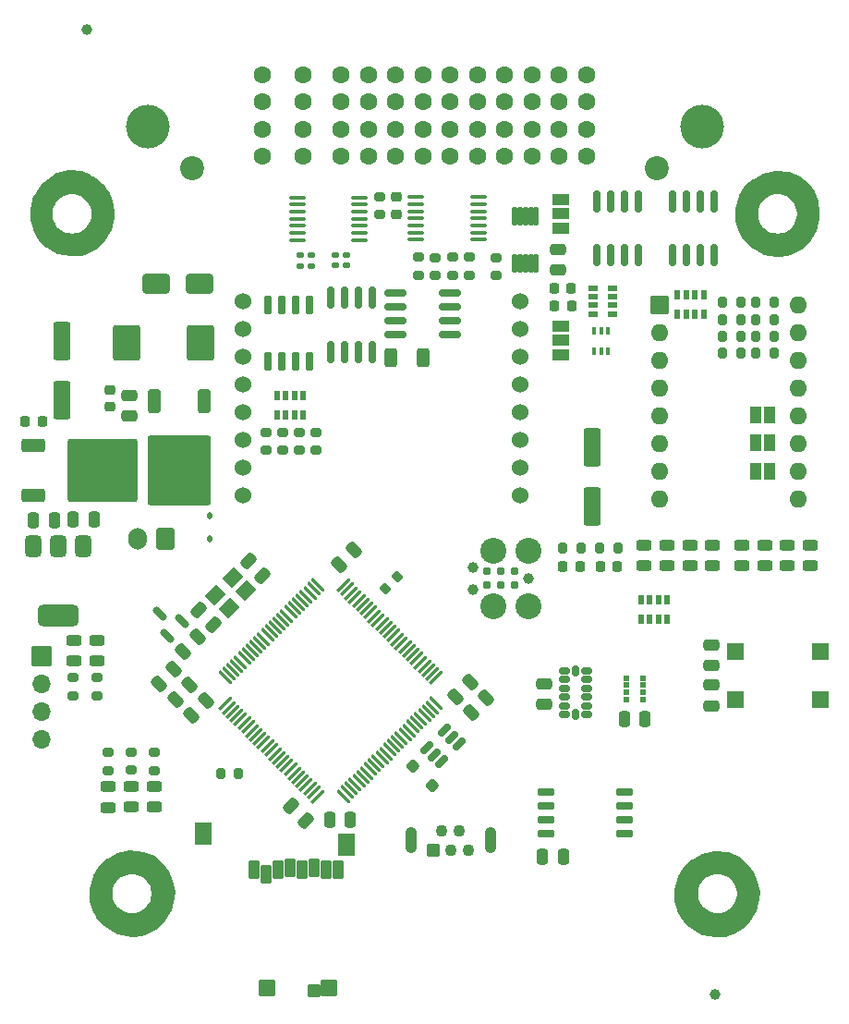
<source format=gbr>
%TF.GenerationSoftware,KiCad,Pcbnew,8.99.0-unknown-1.20241217gite6b7397.fc40*%
%TF.CreationDate,2024-12-24T22:56:10-03:00*%
%TF.ProjectId,hw_v1,68775f76-312e-46b6-9963-61645f706362,rev?*%
%TF.SameCoordinates,Original*%
%TF.FileFunction,Soldermask,Top*%
%TF.FilePolarity,Negative*%
%FSLAX46Y46*%
G04 Gerber Fmt 4.6, Leading zero omitted, Abs format (unit mm)*
G04 Created by KiCad (PCBNEW 8.99.0-unknown-1.20241217gite6b7397.fc40) date 2024-12-24 22:56:10*
%MOMM*%
%LPD*%
G01*
G04 APERTURE LIST*
G04 Aperture macros list*
%AMRoundRect*
0 Rectangle with rounded corners*
0 $1 Rounding radius*
0 $2 $3 $4 $5 $6 $7 $8 $9 X,Y pos of 4 corners*
0 Add a 4 corners polygon primitive as box body*
4,1,4,$2,$3,$4,$5,$6,$7,$8,$9,$2,$3,0*
0 Add four circle primitives for the rounded corners*
1,1,$1+$1,$2,$3*
1,1,$1+$1,$4,$5*
1,1,$1+$1,$6,$7*
1,1,$1+$1,$8,$9*
0 Add four rect primitives between the rounded corners*
20,1,$1+$1,$2,$3,$4,$5,0*
20,1,$1+$1,$4,$5,$6,$7,0*
20,1,$1+$1,$6,$7,$8,$9,0*
20,1,$1+$1,$8,$9,$2,$3,0*%
G04 Aperture macros list end*
%ADD10RoundRect,0.250038X0.353607X0.000000X0.000000X0.353607X-0.353607X0.000000X0.000000X-0.353607X0*%
%ADD11RoundRect,0.060500X-0.181500X0.776500X-0.181500X-0.776500X0.181500X-0.776500X0.181500X0.776500X0*%
%ADD12RoundRect,0.250038X0.159099X-0.512706X0.512706X-0.159099X-0.159099X0.512706X-0.512706X0.159099X0*%
%ADD13RoundRect,0.000076X-0.800000X-0.800000X0.800000X-0.800000X0.800000X0.800000X-0.800000X0.800000X0*%
%ADD14O,1.600152X1.600152*%
%ADD15RoundRect,0.225038X0.225038X0.250038X-0.225038X0.250038X-0.225038X-0.250038X0.225038X-0.250038X0*%
%ADD16RoundRect,0.200038X-0.200038X-0.275038X0.200038X-0.275038X0.200038X0.275038X-0.200038X0.275038X0*%
%ADD17RoundRect,0.243788X-0.456288X0.243788X-0.456288X-0.243788X0.456288X-0.243788X0.456288X0.243788X0*%
%ADD18RoundRect,0.140038X-0.170038X0.140038X-0.170038X-0.140038X0.170038X-0.140038X0.170038X0.140038X0*%
%ADD19RoundRect,0.243788X0.456288X-0.243788X0.456288X0.243788X-0.456288X0.243788X-0.456288X-0.243788X0*%
%ADD20RoundRect,0.250038X-0.159099X0.512706X-0.512706X0.159099X0.159099X-0.512706X0.512706X-0.159099X0*%
%ADD21RoundRect,0.250038X-0.250038X-0.475038X0.250038X-0.475038X0.250038X0.475038X-0.250038X0.475038X0*%
%ADD22RoundRect,0.250038X-0.475038X0.250038X-0.475038X-0.250038X0.475038X-0.250038X0.475038X0.250038X0*%
%ADD23RoundRect,0.000076X0.070711X0.919239X-0.919239X-0.070711X-0.070711X-0.919239X0.919239X0.070711X0*%
%ADD24RoundRect,0.200038X0.200038X0.275038X-0.200038X0.275038X-0.200038X-0.275038X0.200038X-0.275038X0*%
%ADD25RoundRect,0.250038X-0.512706X-0.159099X-0.159099X-0.512706X0.512706X0.159099X0.159099X0.512706X0*%
%ADD26C,1.000000*%
%ADD27RoundRect,0.000076X0.750000X-0.500000X0.750000X0.500000X-0.750000X0.500000X-0.750000X-0.500000X0*%
%ADD28RoundRect,0.250031X-0.850045X-0.350045X0.850045X-0.350045X0.850045X0.350045X-0.850045X0.350045X0*%
%ADD29RoundRect,0.250004X-2.950072X-2.650072X2.950072X-2.650072X2.950072X2.650072X-2.950072X2.650072X0*%
%ADD30RoundRect,0.000076X-0.500000X-0.750000X0.500000X-0.750000X0.500000X0.750000X-0.500000X0.750000X0*%
%ADD31RoundRect,0.250038X0.475038X-0.250038X0.475038X0.250038X-0.475038X0.250038X-0.475038X-0.250038X0*%
%ADD32RoundRect,0.250038X0.512706X0.159099X0.159099X0.512706X-0.512706X-0.159099X-0.159099X-0.512706X0*%
%ADD33RoundRect,0.000076X0.400000X0.250000X-0.400000X0.250000X-0.400000X-0.250000X0.400000X-0.250000X0*%
%ADD34RoundRect,0.000076X0.400000X0.200000X-0.400000X0.200000X-0.400000X-0.200000X0.400000X-0.200000X0*%
%ADD35RoundRect,0.200038X0.275038X-0.200038X0.275038X0.200038X-0.275038X0.200038X-0.275038X-0.200038X0*%
%ADD36RoundRect,0.200038X-0.275038X0.200038X-0.275038X-0.200038X0.275038X-0.200038X0.275038X0.200038X0*%
%ADD37RoundRect,0.200038X0.053033X-0.335929X0.335929X-0.053033X-0.053033X0.335929X-0.335929X0.053033X0*%
%ADD38RoundRect,0.375038X-0.375038X0.625038X-0.375038X-0.625038X0.375038X-0.625038X0.375038X0.625038X0*%
%ADD39RoundRect,0.500038X-1.400038X0.500038X-1.400038X-0.500038X1.400038X-0.500038X1.400038X0.500038X0*%
%ADD40RoundRect,0.218788X-0.218788X-0.256288X0.218788X-0.256288X0.218788X0.256288X-0.218788X0.256288X0*%
%ADD41RoundRect,0.075038X-0.565739X0.459619X0.459619X-0.565739X0.565739X-0.459619X-0.459619X0.565739X0*%
%ADD42RoundRect,0.075038X-0.565739X-0.459619X-0.459619X-0.565739X0.565739X0.459619X0.459619X0.565739X0*%
%ADD43RoundRect,0.150038X0.150038X-0.825038X0.150038X0.825038X-0.150038X0.825038X-0.150038X-0.825038X0*%
%ADD44RoundRect,0.000076X0.250000X-0.400000X0.250000X0.400000X-0.250000X0.400000X-0.250000X-0.400000X0*%
%ADD45RoundRect,0.000076X0.200000X-0.400000X0.200000X0.400000X-0.200000X0.400000X-0.200000X-0.400000X0*%
%ADD46RoundRect,0.150038X0.650038X0.150038X-0.650038X0.150038X-0.650038X-0.150038X0.650038X-0.150038X0*%
%ADD47RoundRect,0.250038X0.250038X0.475038X-0.250038X0.475038X-0.250038X-0.475038X0.250038X-0.475038X0*%
%ADD48RoundRect,0.000076X-0.550000X-0.550000X0.550000X-0.550000X0.550000X0.550000X-0.550000X0.550000X0*%
%ADD49C,1.100152*%
%ADD50O,1.100152X2.400152*%
%ADD51C,2.375052*%
%ADD52C,0.990752*%
%ADD53C,0.787552*%
%ADD54RoundRect,0.250031X-0.350045X0.850045X-0.350045X-0.850045X0.350045X-0.850045X0.350045X0.850045X0*%
%ADD55RoundRect,0.250004X-2.650072X2.950072X-2.650072X-2.950072X2.650072X-2.950072X2.650072X2.950072X0*%
%ADD56RoundRect,0.250024X-0.550052X1.500052X-0.550052X-1.500052X0.550052X-1.500052X0.550052X1.500052X0*%
%ADD57RoundRect,0.150038X0.521545X-0.309359X-0.309359X0.521545X-0.521545X0.309359X0.309359X-0.521545X0*%
%ADD58RoundRect,0.150038X0.256326X0.468512X-0.468512X-0.256326X-0.256326X-0.468512X0.468512X0.256326X0*%
%ADD59RoundRect,0.000076X0.250000X0.175000X-0.250000X0.175000X-0.250000X-0.175000X0.250000X-0.175000X0*%
%ADD60RoundRect,0.000076X-0.750000X0.500000X-0.750000X-0.500000X0.750000X-0.500000X0.750000X0.500000X0*%
%ADD61RoundRect,0.000076X-0.250000X0.400000X-0.250000X-0.400000X0.250000X-0.400000X0.250000X0.400000X0*%
%ADD62RoundRect,0.000076X-0.200000X0.400000X-0.200000X-0.400000X0.200000X-0.400000X0.200000X0.400000X0*%
%ADD63RoundRect,0.218788X0.218788X0.256288X-0.218788X0.256288X-0.218788X-0.256288X0.218788X-0.256288X0*%
%ADD64RoundRect,0.112538X0.112538X-0.187538X0.112538X0.187538X-0.112538X0.187538X-0.112538X-0.187538X0*%
%ADD65RoundRect,0.225038X0.250038X-0.225038X0.250038X0.225038X-0.250038X0.225038X-0.250038X-0.225038X0*%
%ADD66RoundRect,0.250023X0.600053X0.750053X-0.600053X0.750053X-0.600053X-0.750053X0.600053X-0.750053X0*%
%ADD67O,1.700152X2.000152*%
%ADD68C,1.524152*%
%ADD69RoundRect,0.250021X-1.000055X-0.650055X1.000055X-0.650055X1.000055X0.650055X-1.000055X0.650055X0*%
%ADD70RoundRect,0.100038X-0.100038X0.225038X-0.100038X-0.225038X0.100038X-0.225038X0.100038X0.225038X0*%
%ADD71RoundRect,0.000076X0.750000X0.750000X-0.750000X0.750000X-0.750000X-0.750000X0.750000X-0.750000X0*%
%ADD72RoundRect,0.225038X-0.250038X0.225038X-0.250038X-0.225038X0.250038X-0.225038X0.250038X0.225038X0*%
%ADD73RoundRect,0.150038X-0.325038X-0.150038X0.325038X-0.150038X0.325038X0.150038X-0.325038X0.150038X0*%
%ADD74RoundRect,0.150038X-0.150038X-0.325038X0.150038X-0.325038X0.150038X0.325038X-0.150038X0.325038X0*%
%ADD75RoundRect,0.100038X-0.637538X-0.100038X0.637538X-0.100038X0.637538X0.100038X-0.637538X0.100038X0*%
%ADD76RoundRect,0.150038X0.825038X0.150038X-0.825038X0.150038X-0.825038X-0.150038X0.825038X-0.150038X0*%
%ADD77RoundRect,0.076200X-0.400000X0.750000X-0.400000X-0.750000X0.400000X-0.750000X0.400000X0.750000X0*%
%ADD78RoundRect,0.076200X-0.650000X-0.700000X0.650000X-0.700000X0.650000X0.700000X-0.650000X0.700000X0*%
%ADD79RoundRect,0.076200X-0.700000X0.950000X-0.700000X-0.950000X0.700000X-0.950000X0.700000X0.950000X0*%
%ADD80RoundRect,0.076200X0.475000X-0.500000X0.475000X0.500000X-0.475000X0.500000X-0.475000X-0.500000X0*%
%ADD81RoundRect,0.150038X0.150038X-0.725038X0.150038X0.725038X-0.150038X0.725038X-0.150038X-0.725038X0*%
%ADD82RoundRect,0.250034X-0.312542X-0.625042X0.312542X-0.625042X0.312542X0.625042X-0.312542X0.625042X0*%
%ADD83RoundRect,0.250024X0.550052X-1.500052X0.550052X1.500052X-0.550052X1.500052X-0.550052X-1.500052X0*%
%ADD84C,4.000152*%
%ADD85C,2.200152*%
%ADD86C,1.600152*%
%ADD87RoundRect,0.000076X-0.850000X-0.850000X0.850000X-0.850000X0.850000X0.850000X-0.850000X0.850000X0*%
%ADD88O,1.700152X1.700152*%
%ADD89RoundRect,0.250015X-1.000061X1.400061X-1.000061X-1.400061X1.000061X-1.400061X1.000061X1.400061X0*%
%ADD90RoundRect,0.000076X-0.750000X-0.750000X0.750000X-0.750000X0.750000X0.750000X-0.750000X0.750000X0*%
G04 APERTURE END LIST*
D10*
%TO.C,D19*%
X114373883Y-118693883D03*
X112606117Y-116926117D03*
%TD*%
D11*
%TO.C,U1*%
X123900000Y-66530000D03*
X123400000Y-66530000D03*
X122900000Y-66529999D03*
X122400000Y-66530000D03*
X121900000Y-66530000D03*
X121900000Y-70830000D03*
X122400000Y-70830000D03*
X122900000Y-70830001D03*
X123400000Y-70830000D03*
X123900000Y-70830000D03*
%TD*%
D12*
%TO.C,C33*%
X105828249Y-98471751D03*
X107171751Y-97128249D03*
%TD*%
D13*
%TO.C,A1*%
X135170000Y-74670000D03*
D14*
X135170000Y-77210000D03*
X135170000Y-79750000D03*
X135170000Y-82290000D03*
X135170000Y-84830000D03*
X135170000Y-87370000D03*
X135170000Y-89910000D03*
X135170000Y-92450000D03*
X147870000Y-92450000D03*
X147870000Y-89910000D03*
X147870000Y-87370000D03*
X147870000Y-84830000D03*
X147870000Y-82290000D03*
X147870000Y-79750000D03*
X147870000Y-77210000D03*
X147870000Y-74670000D03*
%TD*%
D15*
%TO.C,C3*%
X127115001Y-73130001D03*
X125565001Y-73130001D03*
%TD*%
D16*
%TO.C,R15*%
X140975000Y-76000000D03*
X142625000Y-76000000D03*
%TD*%
D17*
%TO.C,D7*%
X135875000Y-96662500D03*
X135875000Y-98537500D03*
%TD*%
D18*
%TO.C,C19*%
X103300000Y-70120000D03*
X103300000Y-71080000D03*
%TD*%
D19*
%TO.C,D4*%
X146905000Y-98537500D03*
X146905000Y-96662500D03*
%TD*%
D20*
%TO.C,C45*%
X92148327Y-109478385D03*
X90804825Y-110821887D03*
%TD*%
D21*
%TO.C,C39*%
X124470001Y-125220000D03*
X126369999Y-125220000D03*
%TD*%
D22*
%TO.C,C14*%
X86630000Y-82940001D03*
X86630000Y-84839999D03*
%TD*%
D23*
%TO.C,Y2*%
X96066777Y-99651142D03*
X94511142Y-101206777D03*
X95713223Y-102408858D03*
X97268858Y-100853223D03*
%TD*%
D19*
%TO.C,D9*%
X144835000Y-98537500D03*
X144835000Y-96662500D03*
%TD*%
%TO.C,D1*%
X148980000Y-98537500D03*
X148980000Y-96662500D03*
%TD*%
D24*
%TO.C,R10*%
X96600000Y-117625000D03*
X94950000Y-117625000D03*
%TD*%
D22*
%TO.C,C5*%
X125850000Y-69550001D03*
X125850000Y-71449999D03*
%TD*%
D25*
%TO.C,C42*%
X97488062Y-98102578D03*
X98831564Y-99446080D03*
%TD*%
%TO.C,C26*%
X101428249Y-120528249D03*
X102771751Y-121871751D03*
%TD*%
D26*
%TO.C,FID1*%
X82740000Y-49470000D03*
%TD*%
D27*
%TO.C,JP13*%
X126150000Y-79200000D03*
X126150000Y-77900000D03*
X126150000Y-76600000D03*
%TD*%
D28*
%TO.C,U19*%
X77825000Y-87520000D03*
D29*
X84125000Y-89800000D03*
D28*
X77825000Y-92080000D03*
%TD*%
D30*
%TO.C,JP7*%
X144000001Y-87300000D03*
X145299999Y-87300000D03*
%TD*%
D31*
%TO.C,C6*%
X139940000Y-107699999D03*
X139940000Y-105800001D03*
%TD*%
D32*
%TO.C,C43*%
X94313151Y-103950351D03*
X92969649Y-102606849D03*
%TD*%
D33*
%TO.C,RN5*%
X130920000Y-75500000D03*
D34*
X130920000Y-74700000D03*
X130920000Y-73900000D03*
D33*
X130920000Y-73100000D03*
X129120000Y-73100000D03*
D34*
X129120000Y-73900000D03*
X129120000Y-74700000D03*
D33*
X129120000Y-75500000D03*
%TD*%
D35*
%TO.C,R102*%
X117800000Y-71945000D03*
X117800000Y-70295000D03*
%TD*%
D21*
%TO.C,C35*%
X104950001Y-121800000D03*
X106849999Y-121800000D03*
%TD*%
D36*
%TO.C,R55*%
X103750000Y-86325000D03*
X103750000Y-87975000D03*
%TD*%
D37*
%TO.C,R27*%
X110016637Y-100683363D03*
X111183363Y-99516637D03*
%TD*%
D38*
%TO.C,U8*%
X82400000Y-96780000D03*
X80100000Y-96780000D03*
D39*
X80100000Y-103080000D03*
D38*
X77800000Y-96780000D03*
%TD*%
D16*
%TO.C,R13*%
X140975000Y-79100000D03*
X142625000Y-79100000D03*
%TD*%
D40*
%TO.C,D15*%
X126340993Y-98601238D03*
X127915995Y-98601238D03*
%TD*%
D15*
%TO.C,C4*%
X127135001Y-74730001D03*
X125585001Y-74730001D03*
%TD*%
D17*
%TO.C,D2*%
X140050000Y-96662500D03*
X140050000Y-98537500D03*
%TD*%
%TO.C,D26*%
X88875000Y-118787499D03*
X88875000Y-120662501D03*
%TD*%
D35*
%TO.C,R57*%
X99100000Y-87975000D03*
X99100000Y-86325000D03*
%TD*%
D41*
%TO.C,U22*%
X103865596Y-100330315D03*
X103512043Y-100683868D03*
X103158489Y-101037422D03*
X102804936Y-101390975D03*
X102451383Y-101744528D03*
X102097829Y-102098082D03*
X101744276Y-102451635D03*
X101390722Y-102805189D03*
X101037169Y-103158742D03*
X100683616Y-103512295D03*
X100330062Y-103865849D03*
X99976509Y-104219402D03*
X99622955Y-104572955D03*
X99269402Y-104926509D03*
X98915849Y-105280062D03*
X98562295Y-105633616D03*
X98208742Y-105987169D03*
X97855189Y-106340722D03*
X97501635Y-106694276D03*
X97148082Y-107047829D03*
X96794528Y-107401383D03*
X96440975Y-107754936D03*
X96087422Y-108108489D03*
X95733868Y-108462043D03*
X95380315Y-108815596D03*
D42*
X95380315Y-111184404D03*
X95733868Y-111537957D03*
X96087422Y-111891511D03*
X96440975Y-112245064D03*
X96794528Y-112598617D03*
X97148082Y-112952171D03*
X97501635Y-113305724D03*
X97855189Y-113659278D03*
X98208742Y-114012831D03*
X98562295Y-114366384D03*
X98915849Y-114719938D03*
X99269402Y-115073491D03*
X99622955Y-115427045D03*
X99976509Y-115780598D03*
X100330062Y-116134151D03*
X100683616Y-116487705D03*
X101037169Y-116841258D03*
X101390722Y-117194811D03*
X101744276Y-117548365D03*
X102097829Y-117901918D03*
X102451383Y-118255472D03*
X102804936Y-118609025D03*
X103158489Y-118962578D03*
X103512043Y-119316132D03*
X103865596Y-119669685D03*
D41*
X106234404Y-119669685D03*
X106587957Y-119316132D03*
X106941511Y-118962578D03*
X107295064Y-118609025D03*
X107648617Y-118255472D03*
X108002171Y-117901918D03*
X108355724Y-117548365D03*
X108709278Y-117194811D03*
X109062831Y-116841258D03*
X109416384Y-116487705D03*
X109769938Y-116134151D03*
X110123491Y-115780598D03*
X110477045Y-115427045D03*
X110830598Y-115073491D03*
X111184151Y-114719938D03*
X111537705Y-114366384D03*
X111891258Y-114012831D03*
X112244811Y-113659278D03*
X112598365Y-113305724D03*
X112951918Y-112952171D03*
X113305472Y-112598617D03*
X113659025Y-112245064D03*
X114012578Y-111891511D03*
X114366132Y-111537957D03*
X114719685Y-111184404D03*
D42*
X114719685Y-108815596D03*
X114366132Y-108462043D03*
X114012578Y-108108489D03*
X113659025Y-107754936D03*
X113305472Y-107401383D03*
X112951918Y-107047829D03*
X112598365Y-106694276D03*
X112244811Y-106340722D03*
X111891258Y-105987169D03*
X111537705Y-105633616D03*
X111184151Y-105280062D03*
X110830598Y-104926509D03*
X110477045Y-104572955D03*
X110123491Y-104219402D03*
X109769938Y-103865849D03*
X109416384Y-103512295D03*
X109062831Y-103158742D03*
X108709278Y-102805189D03*
X108355724Y-102451635D03*
X108002171Y-102098082D03*
X107648617Y-101744528D03*
X107295064Y-101390975D03*
X106941511Y-101037422D03*
X106587957Y-100683868D03*
X106234404Y-100330315D03*
%TD*%
D43*
%TO.C,U2*%
X129445000Y-70125000D03*
X130715000Y-70125000D03*
X131985000Y-70125000D03*
X133255000Y-70125000D03*
X133255000Y-65175000D03*
X131985000Y-65175000D03*
X130715000Y-65175000D03*
X129445000Y-65175000D03*
%TD*%
D30*
%TO.C,JP8*%
X144000001Y-84700000D03*
X145299999Y-84700000D03*
%TD*%
D44*
%TO.C,RN7*%
X100137500Y-84750000D03*
D45*
X100937500Y-84750000D03*
X101737500Y-84750000D03*
D44*
X102537500Y-84750000D03*
X102537500Y-82950000D03*
D45*
X101737500Y-82950000D03*
X100937500Y-82950000D03*
D44*
X100137500Y-82950000D03*
%TD*%
D30*
%TO.C,JP6*%
X144000001Y-89900000D03*
X145299999Y-89900000D03*
%TD*%
D43*
%TO.C,U14*%
X105085000Y-78950000D03*
X106355000Y-78950000D03*
X107625000Y-78950000D03*
X108895000Y-78950000D03*
X108895000Y-74000000D03*
X107625000Y-74000000D03*
X106355000Y-74000000D03*
X105085000Y-74000000D03*
%TD*%
D46*
%TO.C,U15*%
X131985000Y-123110000D03*
X131985000Y-121840000D03*
X131985000Y-120570000D03*
X131985000Y-119300000D03*
X124785000Y-119300000D03*
X124785000Y-120570000D03*
X124785000Y-121840000D03*
X124785000Y-123110000D03*
%TD*%
D47*
%TO.C,C50*%
X133889999Y-112590000D03*
X131990001Y-112590000D03*
%TD*%
D48*
%TO.C,J8*%
X114450000Y-124575000D03*
D49*
X115250000Y-122825001D03*
X116050000Y-124575000D03*
X116850000Y-122825000D03*
X117650000Y-124575000D03*
D50*
X112400001Y-123700000D03*
X119700000Y-123700000D03*
%TD*%
D51*
%TO.C,J9*%
X123140000Y-102230000D03*
D52*
X123140000Y-99690000D03*
D51*
X123140000Y-97150000D03*
X119965000Y-102230000D03*
X119965000Y-97150000D03*
D52*
X118060000Y-100706000D03*
X118060000Y-98674000D03*
D53*
X121870000Y-99055000D03*
X121870000Y-100325000D03*
X120600000Y-99055000D03*
X120600000Y-100325000D03*
X119330000Y-99055000D03*
X119330000Y-100325000D03*
%TD*%
D16*
%TO.C,R6*%
X144025000Y-76000000D03*
X145675000Y-76000000D03*
%TD*%
D35*
%TO.C,R11*%
X120240000Y-71985000D03*
X120240000Y-70335000D03*
%TD*%
D54*
%TO.C,U11*%
X93480000Y-83500000D03*
D55*
X91200000Y-89800000D03*
D54*
X88920000Y-83500000D03*
%TD*%
D12*
%TO.C,C31*%
X117928249Y-111971751D03*
X119271751Y-110628249D03*
%TD*%
D36*
%TO.C,R99*%
X109560000Y-64735000D03*
X109560000Y-66385000D03*
%TD*%
D56*
%TO.C,C69*%
X80450000Y-77990000D03*
X80450000Y-83390000D03*
%TD*%
D12*
%TO.C,C29*%
X116528249Y-110571751D03*
X117871751Y-109228249D03*
%TD*%
D20*
%TO.C,C36*%
X93598327Y-110888385D03*
X92254825Y-112231887D03*
%TD*%
D57*
%TO.C,U16*%
X90093033Y-104962792D03*
X91436536Y-103619289D03*
X89438959Y-102965215D03*
%TD*%
D58*
%TO.C,U17*%
X116826085Y-114917417D03*
X116154334Y-114245666D03*
X115482583Y-113573915D03*
X113873915Y-115182583D03*
X114545666Y-115854334D03*
X115217417Y-116526085D03*
%TD*%
D59*
%TO.C,U10*%
X132120000Y-110785001D03*
X132120000Y-110135000D03*
X132120000Y-109485000D03*
X132120000Y-108834999D03*
X133720000Y-108834999D03*
X133720000Y-109485000D03*
X133720000Y-110135000D03*
X133720000Y-110785001D03*
%TD*%
D60*
%TO.C,JP2*%
X126140000Y-65010000D03*
X126140000Y-66310000D03*
X126140000Y-67610000D03*
%TD*%
D35*
%TO.C,R42*%
X84700000Y-117300000D03*
X84700000Y-115650000D03*
%TD*%
D22*
%TO.C,C30*%
X139940000Y-109500001D03*
X139940000Y-111399999D03*
%TD*%
D61*
%TO.C,RN2*%
X135910000Y-101650000D03*
D62*
X135110000Y-101650000D03*
X134310000Y-101650000D03*
D61*
X133510000Y-101650000D03*
X133510000Y-103450000D03*
D62*
X134310000Y-103450000D03*
X135110000Y-103450000D03*
D61*
X135910000Y-103450000D03*
%TD*%
D63*
%TO.C,D13*%
X131345994Y-98631238D03*
X129770992Y-98631238D03*
%TD*%
D19*
%TO.C,D22*%
X83680000Y-107267501D03*
X83680000Y-105392499D03*
%TD*%
%TO.C,D12*%
X142735000Y-98537500D03*
X142735000Y-96662500D03*
%TD*%
D36*
%TO.C,R58*%
X102200000Y-86325000D03*
X102200000Y-87975000D03*
%TD*%
D64*
%TO.C,D18*%
X93975000Y-96100000D03*
X93975000Y-94000000D03*
%TD*%
D65*
%TO.C,C63*%
X111080000Y-66335000D03*
X111080000Y-64785000D03*
%TD*%
D66*
%TO.C,BT1*%
X89900000Y-96100000D03*
D67*
X87400000Y-96100000D03*
%TD*%
D20*
%TO.C,C46*%
X90671751Y-108008249D03*
X89328249Y-109351751D03*
%TD*%
D18*
%TO.C,C58*%
X105471204Y-70067731D03*
X105471204Y-71027731D03*
%TD*%
D36*
%TO.C,R106*%
X116250000Y-70295000D03*
X116250000Y-71945000D03*
%TD*%
D68*
%TO.C,U4*%
X122400000Y-92115000D03*
X122400000Y-89575000D03*
X122400000Y-87035000D03*
X122400000Y-84495000D03*
X122400000Y-81955000D03*
X122400000Y-79415000D03*
X122400000Y-76875000D03*
X122400000Y-74335000D03*
X97000000Y-92115000D03*
X97000000Y-89575000D03*
X97000000Y-87035000D03*
X97000000Y-84495000D03*
X97000000Y-81955000D03*
X97000000Y-79415000D03*
X97000000Y-76875000D03*
X97000000Y-74335000D03*
%TD*%
D69*
%TO.C,D17*%
X89075000Y-72700000D03*
X93075000Y-72700000D03*
%TD*%
D17*
%TO.C,D24*%
X84675000Y-118812499D03*
X84675000Y-120687501D03*
%TD*%
D15*
%TO.C,C15*%
X78605000Y-85340000D03*
X77055000Y-85340000D03*
%TD*%
D70*
%TO.C,U7*%
X130490000Y-77000000D03*
X129840000Y-77000001D03*
X129190000Y-77000000D03*
X129190000Y-78900000D03*
X129840000Y-78899999D03*
X130490000Y-78900000D03*
%TD*%
D16*
%TO.C,R9*%
X144025000Y-79100000D03*
X145675000Y-79100000D03*
%TD*%
D21*
%TO.C,C9*%
X81460001Y-94330000D03*
X83359999Y-94330000D03*
%TD*%
D18*
%TO.C,C60*%
X106484509Y-70089001D03*
X106484509Y-71049001D03*
%TD*%
D24*
%TO.C,R4*%
X127983493Y-96911239D03*
X126333493Y-96911239D03*
%TD*%
D21*
%TO.C,C49*%
X77820001Y-94350000D03*
X79719999Y-94350000D03*
%TD*%
D71*
%TO.C,SW2*%
X149949999Y-110800000D03*
X142150001Y-110800000D03*
%TD*%
D19*
%TO.C,D23*%
X81530000Y-107257502D03*
X81530000Y-105382500D03*
%TD*%
D72*
%TO.C,C48*%
X84830000Y-82455000D03*
X84830000Y-84005000D03*
%TD*%
D35*
%TO.C,R43*%
X86800000Y-117275000D03*
X86800000Y-115625000D03*
%TD*%
D73*
%TO.C,U21*%
X126507500Y-108192500D03*
X126507500Y-108992500D03*
X126507500Y-109792500D03*
X126507500Y-110592500D03*
X126507500Y-111392500D03*
X126507500Y-112192500D03*
D74*
X127507500Y-112192501D03*
D73*
X128507500Y-112192500D03*
X128507500Y-111392500D03*
X128507500Y-110592500D03*
X128507500Y-109792500D03*
X128507500Y-108992500D03*
X128507500Y-108192500D03*
D74*
X127507500Y-108192499D03*
%TD*%
D26*
%TO.C,FID2*%
X140290000Y-137800000D03*
%TD*%
D75*
%TO.C,U23*%
X102000000Y-64806965D03*
X102000000Y-65456965D03*
X102000000Y-66106965D03*
X102000000Y-66756965D03*
X102000000Y-67406965D03*
X102000000Y-68056965D03*
X102000000Y-68706965D03*
X107725000Y-68706965D03*
X107725000Y-68056965D03*
X107725000Y-67406965D03*
X107725000Y-66756965D03*
X107725000Y-66106965D03*
X107725000Y-65456965D03*
X107725000Y-64806965D03*
%TD*%
D16*
%TO.C,R14*%
X140975000Y-74450000D03*
X142625000Y-74450000D03*
%TD*%
D36*
%TO.C,R38*%
X81460000Y-108815000D03*
X81460000Y-110465000D03*
%TD*%
D24*
%TO.C,R1*%
X131383492Y-96921240D03*
X129733492Y-96921240D03*
%TD*%
D16*
%TO.C,R12*%
X140975000Y-77570000D03*
X142625000Y-77570000D03*
%TD*%
D17*
%TO.C,D25*%
X86775000Y-118787499D03*
X86775000Y-120662501D03*
%TD*%
D31*
%TO.C,C47*%
X124610000Y-111279999D03*
X124610000Y-109380001D03*
%TD*%
D36*
%TO.C,R108*%
X114670000Y-70305000D03*
X114670000Y-71955000D03*
%TD*%
D16*
%TO.C,R8*%
X144025000Y-77570000D03*
X145675000Y-77570000D03*
%TD*%
D76*
%TO.C,U6*%
X115950000Y-77390000D03*
X115950000Y-76120000D03*
X115950000Y-74850000D03*
X115950000Y-73580000D03*
X111000000Y-73580000D03*
X111000000Y-74850000D03*
X111000000Y-76120000D03*
X111000000Y-77390000D03*
%TD*%
D12*
%TO.C,C44*%
X91546138Y-106426503D03*
X92889640Y-105083001D03*
%TD*%
D77*
%TO.C,J16*%
X98032266Y-126395713D03*
X99132266Y-126795713D03*
X100232266Y-126395713D03*
X101332266Y-126195713D03*
X102432266Y-126395713D03*
X103532266Y-126195713D03*
X104632266Y-126395713D03*
X105732266Y-126395713D03*
D78*
X104922266Y-137255713D03*
X99222266Y-137255713D03*
D79*
X106522266Y-124105713D03*
X93372266Y-123105713D03*
D80*
X103532266Y-137455713D03*
%TD*%
D81*
%TO.C,U5*%
X99345000Y-79825000D03*
X100615000Y-79825000D03*
X101885000Y-79825000D03*
X103155000Y-79825000D03*
X103155000Y-74675000D03*
X101885000Y-74675000D03*
X100615000Y-74675000D03*
X99345000Y-74675000D03*
%TD*%
D82*
%TO.C,R31*%
X110587500Y-79450000D03*
X113512500Y-79450000D03*
%TD*%
D83*
%TO.C,C10*%
X129000000Y-93100000D03*
X129000000Y-87700000D03*
%TD*%
D84*
%TO.C,J1*%
X88256857Y-58312709D03*
D85*
X92356857Y-62162709D03*
X134956857Y-62162709D03*
D84*
X139056857Y-58312709D03*
D86*
X98806857Y-53562709D03*
X98806857Y-56062709D03*
X98806857Y-58562709D03*
X98806857Y-61062709D03*
X102506857Y-53562709D03*
X102506857Y-56062709D03*
X102506857Y-58562709D03*
X102506857Y-61062709D03*
X106006857Y-53562709D03*
X106006857Y-56062709D03*
X106006857Y-58562709D03*
X106006857Y-61062709D03*
X108506857Y-53562709D03*
X108506857Y-56062709D03*
X108506857Y-58562709D03*
X108506857Y-61062709D03*
X111006857Y-53562709D03*
X111006857Y-56062709D03*
X111006857Y-58562709D03*
X111006857Y-61062709D03*
X113506857Y-53562709D03*
X113506857Y-56062709D03*
X113506857Y-58562709D03*
X113506857Y-61062709D03*
X116006857Y-53562709D03*
X116006857Y-56062709D03*
X116006857Y-58562709D03*
X116006857Y-61062709D03*
X118506857Y-53562709D03*
X118506857Y-56062709D03*
X118506857Y-58562709D03*
X118506857Y-61062709D03*
X121006857Y-53562709D03*
X121006857Y-56062709D03*
X121006857Y-58562709D03*
X121006857Y-61062709D03*
X123506857Y-53562709D03*
X123506857Y-56062709D03*
X123506857Y-58562709D03*
X123506857Y-61062709D03*
X126006857Y-53562709D03*
X126006857Y-56062709D03*
X126006857Y-58562709D03*
X126006857Y-61062709D03*
X128506857Y-53562709D03*
X128506857Y-56062709D03*
X128506857Y-58562709D03*
X128506857Y-61062709D03*
%TD*%
D75*
%TO.C,U24*%
X112867500Y-64790000D03*
X112867500Y-65440000D03*
X112867500Y-66090000D03*
X112867500Y-66740000D03*
X112867500Y-67390000D03*
X112867500Y-68040000D03*
X112867500Y-68690000D03*
X118592500Y-68690000D03*
X118592500Y-68040000D03*
X118592500Y-67390000D03*
X118592500Y-66740000D03*
X118592500Y-66090000D03*
X118592500Y-65440000D03*
X118592500Y-64790000D03*
%TD*%
D17*
%TO.C,D5*%
X137975000Y-96662500D03*
X137975000Y-98537500D03*
%TD*%
D61*
%TO.C,RN1*%
X139250000Y-73750000D03*
D62*
X138450000Y-73750000D03*
X137650000Y-73750000D03*
D61*
X136850000Y-73750000D03*
X136850000Y-75550000D03*
D62*
X137650000Y-75550000D03*
X138450000Y-75550000D03*
D61*
X139250000Y-75550000D03*
%TD*%
D36*
%TO.C,R37*%
X83680000Y-108815000D03*
X83680000Y-110465000D03*
%TD*%
D18*
%TO.C,C25*%
X102272546Y-70124184D03*
X102272546Y-71084184D03*
%TD*%
D87*
%TO.C,J14*%
X78525000Y-106875000D03*
D88*
X78525000Y-109415000D03*
X78525000Y-111955000D03*
X78525000Y-114495000D03*
%TD*%
D43*
%TO.C,U3*%
X136395000Y-70125000D03*
X137665000Y-70125000D03*
X138935000Y-70125000D03*
X140205000Y-70125000D03*
X140205000Y-65175000D03*
X138935000Y-65175000D03*
X137665000Y-65175000D03*
X136395000Y-65175000D03*
%TD*%
D35*
%TO.C,R56*%
X100650000Y-87975000D03*
X100650000Y-86325000D03*
%TD*%
D89*
%TO.C,D37*%
X93125000Y-78175000D03*
X86325000Y-78175000D03*
%TD*%
D35*
%TO.C,R104*%
X113120000Y-71945000D03*
X113120000Y-70295000D03*
%TD*%
D16*
%TO.C,R5*%
X144015000Y-74450000D03*
X145665000Y-74450000D03*
%TD*%
D17*
%TO.C,D10*%
X133790000Y-96662500D03*
X133790000Y-98537500D03*
%TD*%
D35*
%TO.C,R44*%
X88850000Y-117300000D03*
X88850000Y-115650000D03*
%TD*%
D90*
%TO.C,SW1*%
X142150001Y-106450000D03*
X149949999Y-106450000D03*
%TD*%
G36*
X147104327Y-62450266D02*
G01*
X147146057Y-62460679D01*
X148033175Y-62852661D01*
X148064430Y-62872400D01*
X148892991Y-63585304D01*
X148912712Y-63606706D01*
X149404796Y-64283322D01*
X149417298Y-64304631D01*
X149784068Y-65099299D01*
X149795112Y-65140304D01*
X149886072Y-66107661D01*
X149886528Y-66124394D01*
X149861859Y-66753451D01*
X149859400Y-66773764D01*
X149637341Y-67859384D01*
X149621098Y-67900346D01*
X149105980Y-68734346D01*
X149090998Y-68753993D01*
X148427827Y-69466289D01*
X148395345Y-69491369D01*
X147594456Y-69922617D01*
X147581514Y-69928666D01*
X146971673Y-70172602D01*
X146933259Y-70181335D01*
X146014253Y-70242602D01*
X145987181Y-70241487D01*
X144754876Y-70056641D01*
X144709561Y-70040567D01*
X143739546Y-69468506D01*
X143725625Y-69458986D01*
X143281556Y-69109481D01*
X143261093Y-69089180D01*
X142768723Y-68473716D01*
X142757041Y-68456325D01*
X142405848Y-67825925D01*
X142394768Y-67799220D01*
X142149614Y-66941181D01*
X142144766Y-66906566D01*
X142144766Y-66182706D01*
X144224260Y-66182706D01*
X144224260Y-66450711D01*
X144264205Y-66715734D01*
X144264207Y-66715746D01*
X144343199Y-66971833D01*
X144343204Y-66971846D01*
X144459491Y-67213316D01*
X144610467Y-67434755D01*
X144792762Y-67631223D01*
X145002308Y-67798331D01*
X145234413Y-67932337D01*
X145234417Y-67932339D01*
X145483893Y-68030250D01*
X145483896Y-68030251D01*
X145745189Y-68089890D01*
X146012456Y-68109919D01*
X146279722Y-68089890D01*
X146541015Y-68030251D01*
X146541018Y-68030250D01*
X146790494Y-67932339D01*
X146790498Y-67932337D01*
X147022603Y-67798331D01*
X147232149Y-67631223D01*
X147414444Y-67434755D01*
X147565419Y-67213316D01*
X147565420Y-67213316D01*
X147681707Y-66971846D01*
X147681712Y-66971833D01*
X147760704Y-66715746D01*
X147760706Y-66715734D01*
X147800651Y-66450719D01*
X147800652Y-66450714D01*
X147803156Y-66316709D01*
X147800652Y-66182703D01*
X147800651Y-66182698D01*
X147760706Y-65917683D01*
X147760704Y-65917671D01*
X147681712Y-65661584D01*
X147681707Y-65661571D01*
X147565420Y-65420101D01*
X147414444Y-65198662D01*
X147232149Y-65002194D01*
X147022603Y-64835086D01*
X146790498Y-64701080D01*
X146790494Y-64701078D01*
X146541018Y-64603167D01*
X146541015Y-64603166D01*
X146279723Y-64543527D01*
X146012456Y-64523499D01*
X145745188Y-64543527D01*
X145483896Y-64603166D01*
X145483893Y-64603167D01*
X145234417Y-64701078D01*
X145234413Y-64701080D01*
X145002308Y-64835086D01*
X144792762Y-65002194D01*
X144610467Y-65198662D01*
X144459492Y-65420101D01*
X144459491Y-65420101D01*
X144343204Y-65661571D01*
X144343199Y-65661584D01*
X144264207Y-65917671D01*
X144264205Y-65917683D01*
X144224260Y-66182706D01*
X142144766Y-66182706D01*
X142144766Y-65923724D01*
X142148528Y-65893165D01*
X142457068Y-64659004D01*
X142474043Y-64620311D01*
X143086299Y-63689682D01*
X143112850Y-63660544D01*
X143788092Y-63120351D01*
X143804290Y-63109342D01*
X144668899Y-62615279D01*
X144702554Y-62602027D01*
X145745471Y-62356635D01*
X145783525Y-62353622D01*
X147104327Y-62450266D01*
G37*
G36*
X141516327Y-124807266D02*
G01*
X141558057Y-124817679D01*
X142445175Y-125209661D01*
X142476430Y-125229400D01*
X143304991Y-125942304D01*
X143324712Y-125963706D01*
X143816796Y-126640322D01*
X143829298Y-126661631D01*
X144199084Y-127462834D01*
X144208025Y-127489899D01*
X144409196Y-128454028D01*
X144411227Y-128492301D01*
X144350383Y-129100740D01*
X144348091Y-129115156D01*
X144117899Y-130166350D01*
X144101832Y-130205906D01*
X143531707Y-131123263D01*
X143514078Y-131145557D01*
X142838838Y-131825240D01*
X142809188Y-131847376D01*
X142006456Y-132279617D01*
X141993514Y-132285666D01*
X141383673Y-132529602D01*
X141345259Y-132538335D01*
X140426253Y-132599602D01*
X140399181Y-132598487D01*
X139166876Y-132413641D01*
X139121561Y-132397567D01*
X138151546Y-131825506D01*
X138137625Y-131815986D01*
X137693556Y-131466481D01*
X137673093Y-131446180D01*
X137180723Y-130830716D01*
X137169041Y-130813325D01*
X136817848Y-130182925D01*
X136806768Y-130156220D01*
X136561614Y-129298181D01*
X136556766Y-129263566D01*
X136556766Y-128450806D01*
X138725161Y-128450806D01*
X138725161Y-128718811D01*
X138765106Y-128983834D01*
X138765108Y-128983846D01*
X138844100Y-129239933D01*
X138844105Y-129239946D01*
X138960392Y-129481416D01*
X139111368Y-129702855D01*
X139293663Y-129899323D01*
X139503209Y-130066431D01*
X139735314Y-130200437D01*
X139735318Y-130200439D01*
X139984794Y-130298350D01*
X139984797Y-130298351D01*
X140246090Y-130357990D01*
X140513357Y-130378019D01*
X140780623Y-130357990D01*
X141041916Y-130298351D01*
X141041919Y-130298350D01*
X141291395Y-130200439D01*
X141291399Y-130200437D01*
X141523504Y-130066431D01*
X141733050Y-129899323D01*
X141915345Y-129702855D01*
X142066320Y-129481416D01*
X142066321Y-129481416D01*
X142182608Y-129239946D01*
X142182613Y-129239933D01*
X142261605Y-128983846D01*
X142261607Y-128983834D01*
X142301552Y-128718819D01*
X142301553Y-128718814D01*
X142304057Y-128584809D01*
X142301553Y-128450803D01*
X142301552Y-128450798D01*
X142261607Y-128185783D01*
X142261605Y-128185771D01*
X142182613Y-127929684D01*
X142182608Y-127929671D01*
X142066321Y-127688201D01*
X141915345Y-127466762D01*
X141733050Y-127270294D01*
X141523504Y-127103186D01*
X141291399Y-126969180D01*
X141291395Y-126969178D01*
X141041919Y-126871267D01*
X141041916Y-126871266D01*
X140780624Y-126811627D01*
X140513357Y-126791599D01*
X140246089Y-126811627D01*
X139984797Y-126871266D01*
X139984794Y-126871267D01*
X139735318Y-126969178D01*
X139735314Y-126969180D01*
X139503209Y-127103186D01*
X139293663Y-127270294D01*
X139111368Y-127466762D01*
X138960393Y-127688201D01*
X138960392Y-127688201D01*
X138844105Y-127929671D01*
X138844100Y-127929684D01*
X138765108Y-128185771D01*
X138765106Y-128185783D01*
X138725161Y-128450806D01*
X136556766Y-128450806D01*
X136556766Y-128280724D01*
X136560528Y-128250165D01*
X136869068Y-127016004D01*
X136886043Y-126977311D01*
X137498299Y-126046682D01*
X137524850Y-126017544D01*
X138200092Y-125477351D01*
X138216290Y-125466342D01*
X139080899Y-124972279D01*
X139114554Y-124959027D01*
X140157471Y-124713635D01*
X140195525Y-124710622D01*
X141516327Y-124807266D01*
G37*
G36*
X87922327Y-124743766D02*
G01*
X87964057Y-124754179D01*
X88851175Y-125146161D01*
X88882430Y-125165900D01*
X89710991Y-125878804D01*
X89730712Y-125900206D01*
X90222796Y-126576822D01*
X90235298Y-126598131D01*
X90605084Y-127399334D01*
X90614025Y-127426399D01*
X90815196Y-128390528D01*
X90817227Y-128428801D01*
X90756383Y-129037240D01*
X90754091Y-129051656D01*
X90523899Y-130102850D01*
X90507832Y-130142406D01*
X89937707Y-131059763D01*
X89920078Y-131082057D01*
X89244838Y-131761740D01*
X89215188Y-131783876D01*
X88412456Y-132216117D01*
X88399514Y-132222166D01*
X87789673Y-132466102D01*
X87751259Y-132474835D01*
X86832253Y-132536102D01*
X86805181Y-132534987D01*
X85572876Y-132350141D01*
X85527561Y-132334067D01*
X84557546Y-131762006D01*
X84543625Y-131752486D01*
X84099556Y-131402981D01*
X84079093Y-131382680D01*
X83586723Y-130767216D01*
X83575041Y-130749825D01*
X83223848Y-130119425D01*
X83212768Y-130092720D01*
X82967614Y-129234681D01*
X82962766Y-129200066D01*
X82962766Y-128450806D01*
X85054961Y-128450806D01*
X85054961Y-128718811D01*
X85094906Y-128983834D01*
X85094908Y-128983846D01*
X85173900Y-129239933D01*
X85173905Y-129239946D01*
X85290192Y-129481416D01*
X85441168Y-129702855D01*
X85623463Y-129899323D01*
X85833009Y-130066431D01*
X86065114Y-130200437D01*
X86065118Y-130200439D01*
X86314594Y-130298350D01*
X86314597Y-130298351D01*
X86575890Y-130357990D01*
X86843157Y-130378019D01*
X87110423Y-130357990D01*
X87371716Y-130298351D01*
X87371719Y-130298350D01*
X87621195Y-130200439D01*
X87621199Y-130200437D01*
X87853304Y-130066431D01*
X88062850Y-129899323D01*
X88245145Y-129702855D01*
X88396120Y-129481416D01*
X88396121Y-129481416D01*
X88512408Y-129239946D01*
X88512413Y-129239933D01*
X88591405Y-128983846D01*
X88591407Y-128983834D01*
X88631352Y-128718819D01*
X88631353Y-128718814D01*
X88633857Y-128584809D01*
X88631353Y-128450803D01*
X88631352Y-128450798D01*
X88591407Y-128185783D01*
X88591405Y-128185771D01*
X88512413Y-127929684D01*
X88512408Y-127929671D01*
X88396121Y-127688201D01*
X88245145Y-127466762D01*
X88062850Y-127270294D01*
X87853304Y-127103186D01*
X87621199Y-126969180D01*
X87621195Y-126969178D01*
X87371719Y-126871267D01*
X87371716Y-126871266D01*
X87110424Y-126811627D01*
X86843157Y-126791599D01*
X86575889Y-126811627D01*
X86314597Y-126871266D01*
X86314594Y-126871267D01*
X86065118Y-126969178D01*
X86065114Y-126969180D01*
X85833009Y-127103186D01*
X85623463Y-127270294D01*
X85441168Y-127466762D01*
X85290193Y-127688201D01*
X85290192Y-127688201D01*
X85173905Y-127929671D01*
X85173900Y-127929684D01*
X85094908Y-128185771D01*
X85094906Y-128185783D01*
X85054961Y-128450806D01*
X82962766Y-128450806D01*
X82962766Y-128217224D01*
X82966528Y-128186665D01*
X83275068Y-126952504D01*
X83292043Y-126913811D01*
X83904299Y-125983182D01*
X83930850Y-125954044D01*
X84606092Y-125413851D01*
X84622290Y-125402842D01*
X85486899Y-124908779D01*
X85520554Y-124895527D01*
X86563471Y-124650135D01*
X86601525Y-124647122D01*
X87922327Y-124743766D01*
G37*
G36*
X82396598Y-62425358D02*
G01*
X82438327Y-62435771D01*
X82889718Y-62635222D01*
X82925868Y-62659401D01*
X83078822Y-62805640D01*
X83269223Y-62931322D01*
X83269228Y-62931324D01*
X83479015Y-63020993D01*
X83556530Y-63038684D01*
X83610674Y-63066013D01*
X84185262Y-63560396D01*
X84204983Y-63581798D01*
X84697067Y-64258414D01*
X84709569Y-64279723D01*
X85079355Y-65080926D01*
X85088296Y-65107991D01*
X85289467Y-66072120D01*
X85291498Y-66110393D01*
X85230654Y-66718832D01*
X85228362Y-66733248D01*
X84998170Y-67784442D01*
X84982103Y-67823998D01*
X84411978Y-68741355D01*
X84394349Y-68763649D01*
X83719109Y-69443332D01*
X83689459Y-69465468D01*
X82886727Y-69897709D01*
X82873785Y-69903758D01*
X82263944Y-70147694D01*
X82225530Y-70156427D01*
X81306524Y-70217694D01*
X81279452Y-70216579D01*
X80047147Y-70031733D01*
X80001832Y-70015659D01*
X79031817Y-69443598D01*
X79017896Y-69434078D01*
X78577290Y-69087298D01*
X78551653Y-69060052D01*
X78161879Y-68497579D01*
X78153528Y-68483700D01*
X77782609Y-67766590D01*
X77772719Y-67740946D01*
X77551432Y-66904974D01*
X77547278Y-66875961D01*
X77529502Y-66182706D01*
X79555862Y-66182706D01*
X79555862Y-66450711D01*
X79595807Y-66715734D01*
X79595809Y-66715746D01*
X79674801Y-66971833D01*
X79674806Y-66971846D01*
X79791093Y-67213316D01*
X79942069Y-67434755D01*
X80124364Y-67631223D01*
X80333910Y-67798331D01*
X80566015Y-67932337D01*
X80566019Y-67932339D01*
X80815495Y-68030250D01*
X80815498Y-68030251D01*
X81076791Y-68089890D01*
X81344058Y-68109919D01*
X81611324Y-68089890D01*
X81872617Y-68030251D01*
X81872620Y-68030250D01*
X82122096Y-67932339D01*
X82122100Y-67932337D01*
X82354205Y-67798331D01*
X82563751Y-67631223D01*
X82746046Y-67434755D01*
X82897021Y-67213316D01*
X82897022Y-67213316D01*
X83013309Y-66971846D01*
X83013314Y-66971833D01*
X83092306Y-66715746D01*
X83092308Y-66715734D01*
X83132253Y-66450719D01*
X83132254Y-66450714D01*
X83134758Y-66316709D01*
X83132254Y-66182703D01*
X83132253Y-66182698D01*
X83092308Y-65917683D01*
X83092306Y-65917671D01*
X83013314Y-65661584D01*
X83013309Y-65661571D01*
X82897022Y-65420101D01*
X82746046Y-65198662D01*
X82563751Y-65002194D01*
X82354205Y-64835086D01*
X82122100Y-64701080D01*
X82122096Y-64701078D01*
X81872620Y-64603167D01*
X81872617Y-64603166D01*
X81611325Y-64543527D01*
X81344058Y-64523499D01*
X81076790Y-64543527D01*
X80815498Y-64603166D01*
X80815495Y-64603167D01*
X80566019Y-64701078D01*
X80566015Y-64701080D01*
X80333910Y-64835086D01*
X80124364Y-65002194D01*
X79942069Y-65198662D01*
X79791094Y-65420101D01*
X79791093Y-65420101D01*
X79674806Y-65661571D01*
X79674801Y-65661584D01*
X79595809Y-65917671D01*
X79595807Y-65917683D01*
X79555862Y-66182706D01*
X77529502Y-66182706D01*
X77522704Y-65917563D01*
X77526573Y-65883188D01*
X77834536Y-64675974D01*
X77851363Y-64637867D01*
X78464293Y-63706213D01*
X78489457Y-63678202D01*
X79117773Y-63160766D01*
X79127482Y-63153524D01*
X79957929Y-62594174D01*
X79999460Y-62576028D01*
X81037742Y-62331727D01*
X81075796Y-62328714D01*
X82396598Y-62425358D01*
G37*
M02*

</source>
